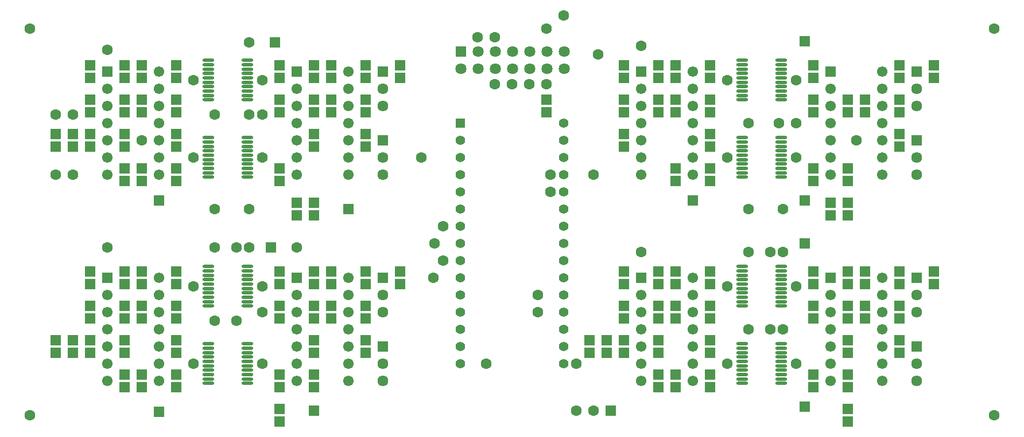
<source format=gbs>
G04*
G04 #@! TF.GenerationSoftware,Altium Limited,Altium Designer,20.0.14 (345)*
G04*
G04 Layer_Color=16711935*
%FSLAX25Y25*%
%MOIN*%
G70*
G01*
G75*
%ADD14C,0.06109*%
%ADD15R,0.06109X0.06109*%
%ADD17R,0.06337X0.06337*%
%ADD18C,0.06337*%
%ADD19C,0.06424*%
%ADD20R,0.06424X0.06424*%
%ADD21C,0.05567*%
%ADD22R,0.05567X0.05567*%
%ADD23C,0.06306*%
%ADD38R,0.06306X0.05912*%
%ADD39O,0.07093X0.01778*%
%ADD40R,0.06109X0.06109*%
D14*
X400000Y184370D02*
D03*
Y194370D02*
D03*
Y204370D02*
D03*
Y214370D02*
D03*
Y224370D02*
D03*
Y234370D02*
D03*
Y244370D02*
D03*
X370000Y184370D02*
D03*
Y194370D02*
D03*
Y204370D02*
D03*
Y214370D02*
D03*
Y224370D02*
D03*
Y234370D02*
D03*
X400000Y64370D02*
D03*
Y74370D02*
D03*
Y84370D02*
D03*
Y94370D02*
D03*
Y104370D02*
D03*
Y114370D02*
D03*
Y124370D02*
D03*
X370000Y64370D02*
D03*
Y74370D02*
D03*
Y84370D02*
D03*
Y94370D02*
D03*
Y104370D02*
D03*
Y114370D02*
D03*
X510000Y64370D02*
D03*
Y74370D02*
D03*
Y84370D02*
D03*
Y94370D02*
D03*
Y104370D02*
D03*
Y114370D02*
D03*
Y124370D02*
D03*
X480000Y64370D02*
D03*
Y74370D02*
D03*
Y84370D02*
D03*
Y94370D02*
D03*
Y104370D02*
D03*
Y114370D02*
D03*
X90000Y64370D02*
D03*
Y74370D02*
D03*
Y84370D02*
D03*
Y94370D02*
D03*
Y104370D02*
D03*
Y114370D02*
D03*
Y124370D02*
D03*
X60000Y64370D02*
D03*
Y74370D02*
D03*
Y84370D02*
D03*
Y94370D02*
D03*
Y104370D02*
D03*
Y114370D02*
D03*
X200000Y64370D02*
D03*
Y74370D02*
D03*
Y84370D02*
D03*
Y94370D02*
D03*
Y104370D02*
D03*
Y114370D02*
D03*
Y124370D02*
D03*
X170000Y64370D02*
D03*
Y74370D02*
D03*
Y84370D02*
D03*
Y94370D02*
D03*
Y104370D02*
D03*
Y114370D02*
D03*
X510000Y184370D02*
D03*
Y194370D02*
D03*
Y204370D02*
D03*
Y214370D02*
D03*
Y224370D02*
D03*
Y234370D02*
D03*
Y244370D02*
D03*
X480000Y184370D02*
D03*
Y194370D02*
D03*
Y204370D02*
D03*
Y214370D02*
D03*
Y224370D02*
D03*
Y234370D02*
D03*
X170000D02*
D03*
Y224370D02*
D03*
Y214370D02*
D03*
Y204370D02*
D03*
Y194370D02*
D03*
Y184370D02*
D03*
X200000Y244370D02*
D03*
Y234370D02*
D03*
Y224370D02*
D03*
Y214370D02*
D03*
Y204370D02*
D03*
Y194370D02*
D03*
Y184370D02*
D03*
X60000Y234370D02*
D03*
Y224370D02*
D03*
Y214370D02*
D03*
Y204370D02*
D03*
Y194370D02*
D03*
Y184370D02*
D03*
X90000Y244370D02*
D03*
Y234370D02*
D03*
Y224370D02*
D03*
Y214370D02*
D03*
Y204370D02*
D03*
Y194370D02*
D03*
Y184370D02*
D03*
D15*
X370000Y244370D02*
D03*
Y124370D02*
D03*
X480000D02*
D03*
X60000D02*
D03*
X170000D02*
D03*
X480000Y244370D02*
D03*
X170000D02*
D03*
X60000D02*
D03*
D17*
X530000Y124370D02*
D03*
Y84370D02*
D03*
X220000D02*
D03*
Y124370D02*
D03*
X530000Y204370D02*
D03*
Y244370D02*
D03*
X220000D02*
D03*
Y204370D02*
D03*
D18*
X530000Y114370D02*
D03*
Y104370D02*
D03*
Y74370D02*
D03*
Y64370D02*
D03*
X220000Y74370D02*
D03*
Y64370D02*
D03*
Y114370D02*
D03*
Y104370D02*
D03*
X530000Y194370D02*
D03*
Y184370D02*
D03*
Y234370D02*
D03*
Y224370D02*
D03*
X220000Y234370D02*
D03*
Y224370D02*
D03*
Y194370D02*
D03*
Y184370D02*
D03*
D19*
X325276Y255906D02*
D03*
X315276D02*
D03*
X305276D02*
D03*
X275276D02*
D03*
X285276D02*
D03*
X295276D02*
D03*
X325276Y245905D02*
D03*
X315276D02*
D03*
X305276D02*
D03*
X265276D02*
D03*
X275276D02*
D03*
X285276D02*
D03*
X295276D02*
D03*
D20*
X265276Y255906D02*
D03*
D21*
X325000Y214370D02*
D03*
Y204370D02*
D03*
Y194370D02*
D03*
Y184370D02*
D03*
Y174370D02*
D03*
Y164370D02*
D03*
Y154370D02*
D03*
Y144370D02*
D03*
Y134370D02*
D03*
Y124370D02*
D03*
Y114370D02*
D03*
Y104370D02*
D03*
Y94370D02*
D03*
Y84370D02*
D03*
Y74370D02*
D03*
X265000D02*
D03*
Y84370D02*
D03*
Y94370D02*
D03*
Y104370D02*
D03*
Y114370D02*
D03*
Y124370D02*
D03*
Y134370D02*
D03*
Y144370D02*
D03*
Y154370D02*
D03*
Y164370D02*
D03*
Y174370D02*
D03*
Y184370D02*
D03*
Y194370D02*
D03*
Y204370D02*
D03*
D22*
Y214370D02*
D03*
D23*
X170000Y141870D02*
D03*
X285000Y264370D02*
D03*
X275000D02*
D03*
X342500Y46870D02*
D03*
X332500D02*
D03*
X575000Y44370D02*
D03*
Y269370D02*
D03*
X15000D02*
D03*
Y44370D02*
D03*
X142500Y164370D02*
D03*
X122500Y141870D02*
D03*
Y164370D02*
D03*
X142500Y219370D02*
D03*
X60000Y141870D02*
D03*
X325000Y276870D02*
D03*
X60000Y256870D02*
D03*
X122500Y219370D02*
D03*
X150000D02*
D03*
Y104370D02*
D03*
X122500Y99370D02*
D03*
X142500Y141870D02*
D03*
X135000D02*
D03*
X452500Y164370D02*
D03*
X432500D02*
D03*
X370000Y259370D02*
D03*
Y139370D02*
D03*
X432500Y94370D02*
D03*
X452500D02*
D03*
X445000Y139370D02*
D03*
X450000Y214370D02*
D03*
X445000Y94370D02*
D03*
X460000Y214370D02*
D03*
X432500D02*
D03*
X495000Y204370D02*
D03*
X432500Y139370D02*
D03*
X452500D02*
D03*
X280000Y74370D02*
D03*
X135000Y99370D02*
D03*
X460000Y194370D02*
D03*
X420000D02*
D03*
X142500Y261240D02*
D03*
X30000Y219370D02*
D03*
Y184370D02*
D03*
X40000Y219370D02*
D03*
Y184370D02*
D03*
X332500Y74370D02*
D03*
X310000Y104370D02*
D03*
Y114370D02*
D03*
X317500Y174370D02*
D03*
X285000Y236870D02*
D03*
X295000D02*
D03*
X305000D02*
D03*
X315000D02*
D03*
X242500Y194370D02*
D03*
X342500Y184370D02*
D03*
X249486Y124285D02*
D03*
X255000Y134370D02*
D03*
X250000Y144370D02*
D03*
X255000Y154370D02*
D03*
X345000Y254370D02*
D03*
X420000Y119370D02*
D03*
X317500Y184370D02*
D03*
X80000Y204370D02*
D03*
X110000Y74370D02*
D03*
Y119370D02*
D03*
Y194370D02*
D03*
Y239370D02*
D03*
X420000Y74370D02*
D03*
Y239370D02*
D03*
X315000Y269370D02*
D03*
X460000Y74370D02*
D03*
Y119370D02*
D03*
X150000Y74370D02*
D03*
Y119370D02*
D03*
X460000Y239370D02*
D03*
X150000D02*
D03*
Y194370D02*
D03*
D38*
X500000Y108110D02*
D03*
Y100630D02*
D03*
X490000Y108110D02*
D03*
Y100630D02*
D03*
X520000Y108110D02*
D03*
Y100630D02*
D03*
Y80630D02*
D03*
Y88110D02*
D03*
X540000Y120630D02*
D03*
Y128110D02*
D03*
X520000Y120630D02*
D03*
Y128110D02*
D03*
X315000Y228110D02*
D03*
Y220630D02*
D03*
X500000Y120630D02*
D03*
Y128110D02*
D03*
X490000Y120630D02*
D03*
Y128110D02*
D03*
X410000Y88110D02*
D03*
Y80630D02*
D03*
Y120630D02*
D03*
Y128110D02*
D03*
X360000Y88110D02*
D03*
Y80630D02*
D03*
X340000Y80630D02*
D03*
Y88110D02*
D03*
X350000Y80630D02*
D03*
Y88110D02*
D03*
X380000Y68110D02*
D03*
Y60630D02*
D03*
Y80630D02*
D03*
Y88110D02*
D03*
X390000Y108110D02*
D03*
Y100630D02*
D03*
Y60630D02*
D03*
Y68110D02*
D03*
X410000Y60630D02*
D03*
Y68110D02*
D03*
X380000Y100630D02*
D03*
Y108110D02*
D03*
X410000Y108110D02*
D03*
Y100630D02*
D03*
X380000Y128110D02*
D03*
Y120630D02*
D03*
X390000Y128110D02*
D03*
Y120630D02*
D03*
X360000Y100630D02*
D03*
Y108110D02*
D03*
Y128110D02*
D03*
Y120630D02*
D03*
X470000Y128110D02*
D03*
Y120630D02*
D03*
Y100630D02*
D03*
Y108110D02*
D03*
Y60630D02*
D03*
Y68110D02*
D03*
X490000Y88110D02*
D03*
Y80630D02*
D03*
Y68110D02*
D03*
Y60630D02*
D03*
Y40630D02*
D03*
Y48110D02*
D03*
X100000Y88110D02*
D03*
Y80630D02*
D03*
Y120630D02*
D03*
Y128110D02*
D03*
X40000Y88110D02*
D03*
Y80630D02*
D03*
X30000Y88110D02*
D03*
Y80630D02*
D03*
X70000Y68110D02*
D03*
Y60630D02*
D03*
X80000Y60630D02*
D03*
Y68110D02*
D03*
X100000Y60630D02*
D03*
Y68110D02*
D03*
X70000Y100630D02*
D03*
Y108110D02*
D03*
X100000Y108110D02*
D03*
Y100630D02*
D03*
X190000Y120630D02*
D03*
Y128110D02*
D03*
X50000Y88110D02*
D03*
Y80630D02*
D03*
X180000Y120630D02*
D03*
Y128110D02*
D03*
X210000Y120630D02*
D03*
Y128110D02*
D03*
X230000Y120630D02*
D03*
Y128110D02*
D03*
X210000Y80630D02*
D03*
Y88110D02*
D03*
Y108110D02*
D03*
Y100630D02*
D03*
X70000Y80630D02*
D03*
Y88110D02*
D03*
X80000Y108110D02*
D03*
Y100630D02*
D03*
X180000Y108110D02*
D03*
Y100630D02*
D03*
X190000Y108110D02*
D03*
Y100630D02*
D03*
X70000Y128110D02*
D03*
Y120630D02*
D03*
X80000Y128110D02*
D03*
Y120630D02*
D03*
X50000Y100630D02*
D03*
Y108110D02*
D03*
Y128110D02*
D03*
Y120630D02*
D03*
X160000Y100630D02*
D03*
Y108110D02*
D03*
Y128110D02*
D03*
Y120630D02*
D03*
X180000Y68110D02*
D03*
Y60630D02*
D03*
X160000Y48110D02*
D03*
Y40630D02*
D03*
X180000Y88110D02*
D03*
Y80630D02*
D03*
X410000Y240630D02*
D03*
Y248110D02*
D03*
Y208110D02*
D03*
Y200630D02*
D03*
X490000Y228110D02*
D03*
Y220630D02*
D03*
X500000Y228110D02*
D03*
Y220630D02*
D03*
X360000Y200630D02*
D03*
Y208110D02*
D03*
X390000Y228110D02*
D03*
Y220630D02*
D03*
X520000Y228110D02*
D03*
Y220630D02*
D03*
Y200630D02*
D03*
Y208110D02*
D03*
X540000Y240630D02*
D03*
Y248110D02*
D03*
X520000Y240630D02*
D03*
Y248110D02*
D03*
X390000Y180630D02*
D03*
Y188110D02*
D03*
X410000Y180630D02*
D03*
Y188110D02*
D03*
X380000Y220630D02*
D03*
Y228110D02*
D03*
X410000Y228110D02*
D03*
Y220630D02*
D03*
X390000Y248110D02*
D03*
Y240630D02*
D03*
X380000Y248110D02*
D03*
Y240630D02*
D03*
X360000Y220630D02*
D03*
Y228110D02*
D03*
Y248110D02*
D03*
Y240630D02*
D03*
X490000Y188110D02*
D03*
Y180630D02*
D03*
X470000Y248110D02*
D03*
Y240630D02*
D03*
Y220630D02*
D03*
Y228110D02*
D03*
Y180630D02*
D03*
Y188110D02*
D03*
X490000Y168110D02*
D03*
Y160630D02*
D03*
X480000Y168110D02*
D03*
Y160630D02*
D03*
X230000Y240630D02*
D03*
Y248110D02*
D03*
X210000Y240630D02*
D03*
Y248110D02*
D03*
Y200630D02*
D03*
Y208110D02*
D03*
Y228110D02*
D03*
Y220630D02*
D03*
X30000Y208110D02*
D03*
Y200630D02*
D03*
X40000Y208110D02*
D03*
Y200630D02*
D03*
X50000Y208110D02*
D03*
Y200630D02*
D03*
X190000Y240630D02*
D03*
Y248110D02*
D03*
X180000Y240630D02*
D03*
Y248110D02*
D03*
X70000Y188110D02*
D03*
Y180630D02*
D03*
X80000Y188110D02*
D03*
Y180630D02*
D03*
X100000Y188110D02*
D03*
Y180630D02*
D03*
Y200630D02*
D03*
Y208110D02*
D03*
X190000Y220630D02*
D03*
Y228110D02*
D03*
X180000Y220630D02*
D03*
Y228110D02*
D03*
X80000D02*
D03*
Y220630D02*
D03*
X70000Y200630D02*
D03*
Y208110D02*
D03*
Y228110D02*
D03*
Y220630D02*
D03*
X100000Y248110D02*
D03*
Y240630D02*
D03*
Y220630D02*
D03*
Y228110D02*
D03*
X70000Y240630D02*
D03*
Y248110D02*
D03*
X80000Y240630D02*
D03*
Y248110D02*
D03*
X50000Y240630D02*
D03*
Y248110D02*
D03*
Y228110D02*
D03*
Y220630D02*
D03*
X160000Y240630D02*
D03*
Y248110D02*
D03*
Y228110D02*
D03*
Y220630D02*
D03*
X180000Y168110D02*
D03*
Y160630D02*
D03*
X170000Y168110D02*
D03*
Y160630D02*
D03*
X160000Y188110D02*
D03*
Y180630D02*
D03*
X180000Y208110D02*
D03*
Y200630D02*
D03*
X160000Y68110D02*
D03*
Y60630D02*
D03*
D39*
X428780Y62854D02*
D03*
Y65413D02*
D03*
Y67972D02*
D03*
Y70531D02*
D03*
Y73090D02*
D03*
Y75650D02*
D03*
Y78209D02*
D03*
Y80768D02*
D03*
Y83327D02*
D03*
Y85886D02*
D03*
X451221Y62854D02*
D03*
Y65413D02*
D03*
Y67972D02*
D03*
Y70531D02*
D03*
Y73090D02*
D03*
Y75650D02*
D03*
Y78209D02*
D03*
Y80768D02*
D03*
Y83327D02*
D03*
Y85886D02*
D03*
X428780Y107854D02*
D03*
Y110413D02*
D03*
Y112972D02*
D03*
Y115532D02*
D03*
Y118091D02*
D03*
Y120650D02*
D03*
Y123209D02*
D03*
Y125768D02*
D03*
Y128327D02*
D03*
Y130886D02*
D03*
X451221Y107854D02*
D03*
Y110413D02*
D03*
Y112972D02*
D03*
Y115532D02*
D03*
Y118091D02*
D03*
Y120650D02*
D03*
Y123209D02*
D03*
Y125768D02*
D03*
Y128327D02*
D03*
Y130886D02*
D03*
X118780Y62854D02*
D03*
Y65413D02*
D03*
Y67972D02*
D03*
Y70531D02*
D03*
Y73090D02*
D03*
Y75650D02*
D03*
Y78209D02*
D03*
Y80768D02*
D03*
Y83327D02*
D03*
Y85886D02*
D03*
X141220Y62854D02*
D03*
Y65413D02*
D03*
Y67972D02*
D03*
Y70531D02*
D03*
Y73090D02*
D03*
Y75650D02*
D03*
Y78209D02*
D03*
Y80768D02*
D03*
Y83327D02*
D03*
Y85886D02*
D03*
X118780Y107854D02*
D03*
Y110413D02*
D03*
Y112972D02*
D03*
Y115532D02*
D03*
Y118091D02*
D03*
Y120650D02*
D03*
Y123209D02*
D03*
Y125768D02*
D03*
Y128327D02*
D03*
Y130886D02*
D03*
X141220Y107854D02*
D03*
Y110413D02*
D03*
Y112972D02*
D03*
Y115532D02*
D03*
Y118091D02*
D03*
Y120650D02*
D03*
Y123209D02*
D03*
Y125768D02*
D03*
Y128327D02*
D03*
Y130886D02*
D03*
X428780Y182854D02*
D03*
Y185413D02*
D03*
Y187972D02*
D03*
Y190532D02*
D03*
Y193091D02*
D03*
Y195650D02*
D03*
Y198209D02*
D03*
Y200768D02*
D03*
Y203327D02*
D03*
Y205886D02*
D03*
X451221Y182854D02*
D03*
Y185413D02*
D03*
Y187972D02*
D03*
Y190532D02*
D03*
Y193091D02*
D03*
Y195650D02*
D03*
Y198209D02*
D03*
Y200768D02*
D03*
Y203327D02*
D03*
Y205886D02*
D03*
X428780Y227854D02*
D03*
Y230413D02*
D03*
Y232972D02*
D03*
Y235531D02*
D03*
Y238090D02*
D03*
Y240650D02*
D03*
Y243209D02*
D03*
Y245768D02*
D03*
Y248327D02*
D03*
Y250886D02*
D03*
X451221Y227854D02*
D03*
Y230413D02*
D03*
Y232972D02*
D03*
Y235531D02*
D03*
Y238090D02*
D03*
Y240650D02*
D03*
Y243209D02*
D03*
Y245768D02*
D03*
Y248327D02*
D03*
Y250886D02*
D03*
X141220Y205886D02*
D03*
Y203327D02*
D03*
Y200768D02*
D03*
Y198209D02*
D03*
Y195650D02*
D03*
Y193091D02*
D03*
Y190532D02*
D03*
Y187972D02*
D03*
Y185413D02*
D03*
Y182854D02*
D03*
X118780Y205886D02*
D03*
Y203327D02*
D03*
Y200768D02*
D03*
Y198209D02*
D03*
Y195650D02*
D03*
Y193091D02*
D03*
Y190532D02*
D03*
Y187972D02*
D03*
Y185413D02*
D03*
Y182854D02*
D03*
X141220Y250886D02*
D03*
Y248327D02*
D03*
Y245768D02*
D03*
Y243209D02*
D03*
Y240650D02*
D03*
Y238090D02*
D03*
Y235531D02*
D03*
Y232972D02*
D03*
Y230413D02*
D03*
Y227854D02*
D03*
X118780Y250886D02*
D03*
Y248327D02*
D03*
Y245768D02*
D03*
Y243209D02*
D03*
Y240650D02*
D03*
Y238090D02*
D03*
Y235531D02*
D03*
Y232972D02*
D03*
Y230413D02*
D03*
Y227854D02*
D03*
D40*
X465000Y49370D02*
D03*
Y144370D02*
D03*
X352500Y46870D02*
D03*
X90000Y46240D02*
D03*
X155000Y141870D02*
D03*
X180000Y46870D02*
D03*
X400000Y169370D02*
D03*
X465000Y261870D02*
D03*
Y169370D02*
D03*
X90000D02*
D03*
X157500Y261240D02*
D03*
X200000Y164370D02*
D03*
M02*

</source>
